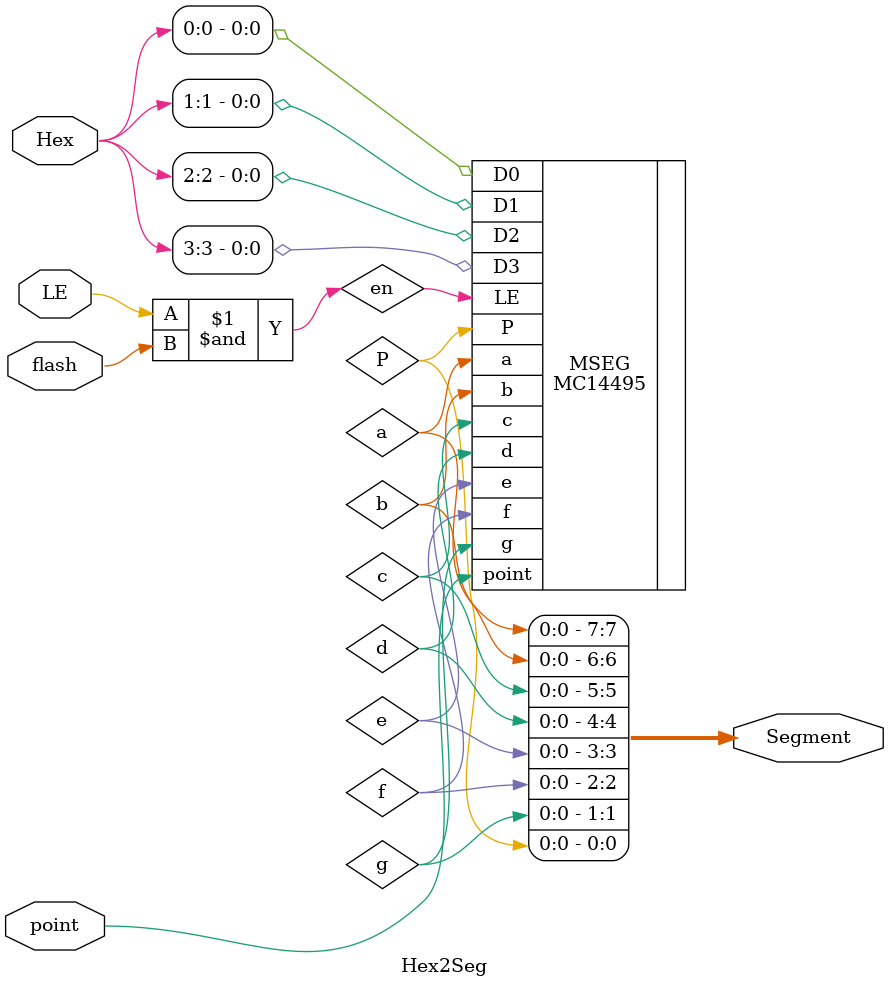
<source format=v>
`timescale 1ns / 1ps
module Hex2Seg(input [3:0]Hex,
					input LE,
					input point,
					input flash,
					output[7:0]Segment
    );
	 wire en = LE & flash;
	 MC14495	MSEG(.D3(Hex[3]),.D2(Hex[2]),.D1(Hex[1]),.D0(Hex[0]),.LE(en),.point(point),
					  .a(a),.b(b),.c(c),.d(d),.e(e),.f(f),.g(g),.P(P));
	assign Segment = {a,b,c,d,e,f,g,P};


endmodule





</source>
